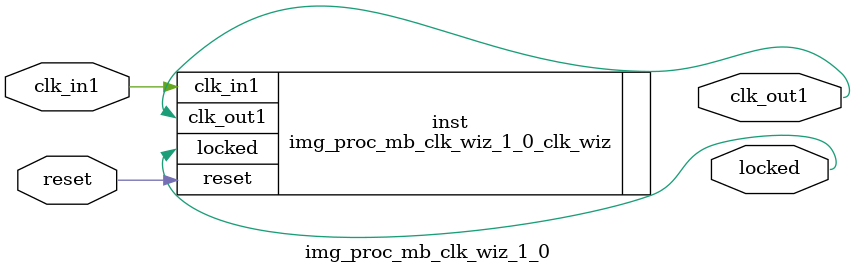
<source format=v>


`timescale 1ps/1ps

(* CORE_GENERATION_INFO = "img_proc_mb_clk_wiz_1_0,clk_wiz_v5_3_1,{component_name=img_proc_mb_clk_wiz_1_0,use_phase_alignment=true,use_min_o_jitter=false,use_max_i_jitter=false,use_dyn_phase_shift=false,use_inclk_switchover=false,use_dyn_reconfig=false,enable_axi=0,feedback_source=FDBK_AUTO,PRIMITIVE=MMCM,num_out_clk=1,clkin1_period=10.0,clkin2_period=10.0,use_power_down=false,use_reset=true,use_locked=true,use_inclk_stopped=false,feedback_type=SINGLE,CLOCK_MGR_TYPE=NA,manual_override=false}" *)

module img_proc_mb_clk_wiz_1_0 
 (
 // Clock in ports
  input         clk_in1,
  // Clock out ports
  output        clk_out1,
  // Status and control signals
  input         reset,
  output        locked
 );

  img_proc_mb_clk_wiz_1_0_clk_wiz inst
  (
 // Clock in ports
  .clk_in1(clk_in1),
  // Clock out ports  
  .clk_out1(clk_out1),
  // Status and control signals               
  .reset(reset), 
  .locked(locked)            
  );

endmodule

</source>
